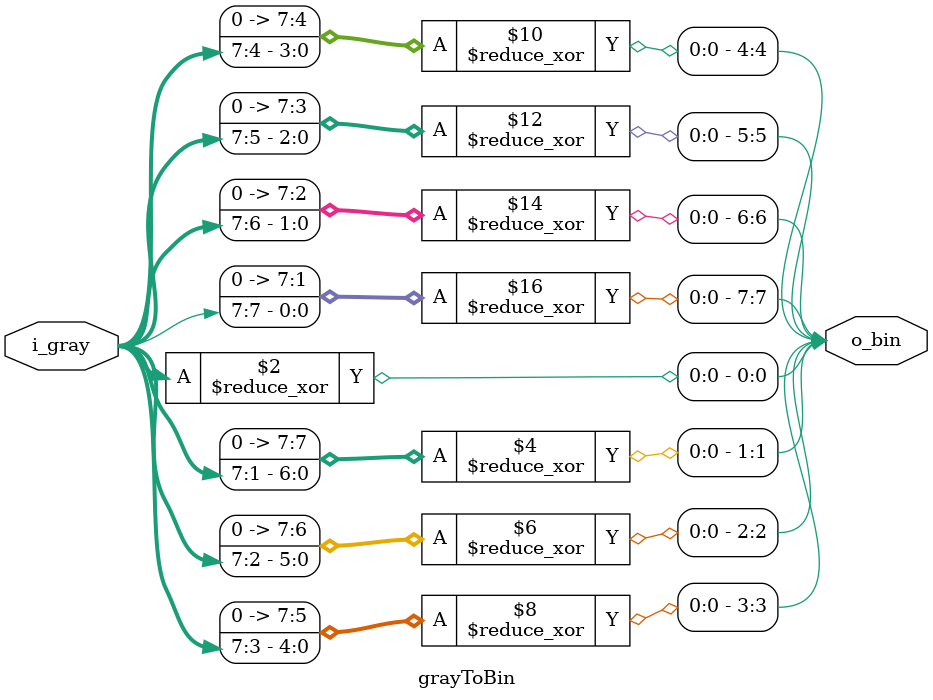
<source format=sv>

module grayToBin #(
  parameter WIDTH = 8
) (
  input  wire [WIDTH-1:0]     i_gray,
  output wire [WIDTH-1:0]     o_bin
);

genvar i;

generate for (i = 0; i < WIDTH; i=i+1) begin
  assign o_bin[i] = ^(i_gray >> i);
end endgenerate

endmodule

</source>
